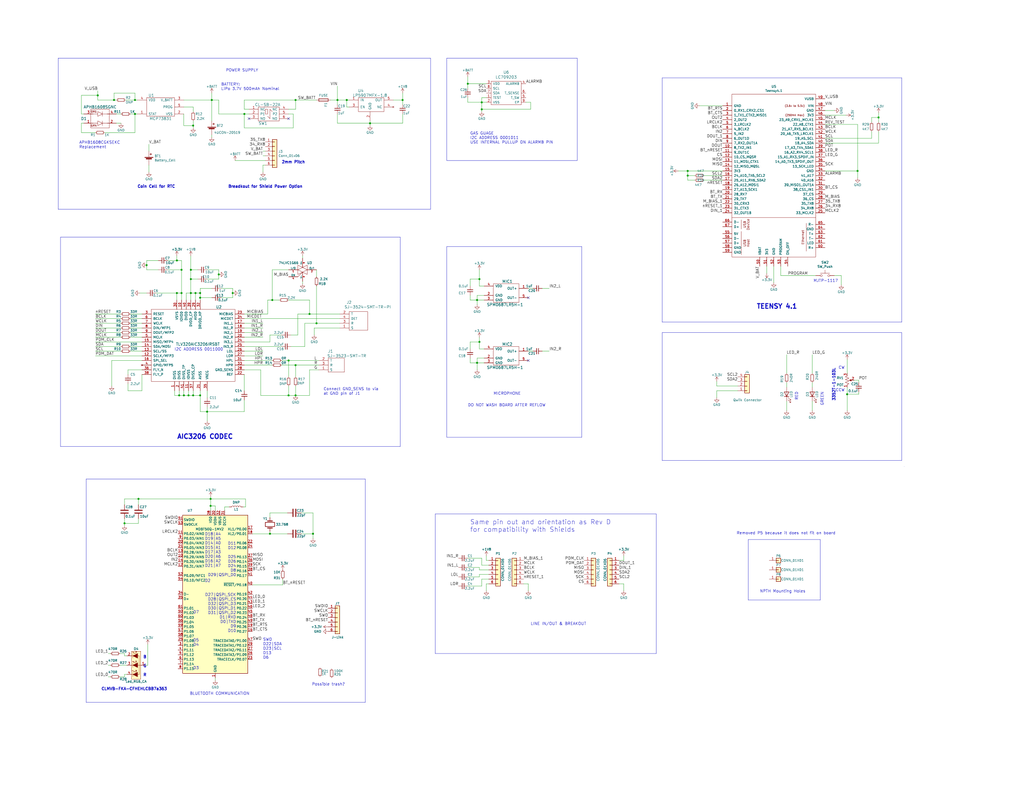
<source format=kicad_sch>
(kicad_sch (version 20230121) (generator eeschema)
  (paper "C")
  (title_block (title "Tympan Rev F") (date "2024-01-19") (rev "v1") (company "Tympan Master Hearing Aid Project") (comment 1 "Designed by Flywheel Lab, Brooklyn"))
  (junction (at 109.22 215.9))
  (junction (at 170.815 291.465))
  (junction (at 157.48 215.9))
  (junction (at 172.72 176.53))
  (junction (at 97.79 215.9))
  (junction (at 73.66 54.61))
  (junction (at 106.68 160.02))
  (junction (at 113.03 224.79))
  (junction (at 262.89 55.88))
  (junction (at 104.14 147.32))
  (junction (at 161.29 54.61))
  (junction (at 67.945 285.75))
  (junction (at 80.01 144.78))
  (junction (at 115.57 54.61))
  (junction (at 261.62 186.69))
  (junction (at 189.23 54.61))
  (junction (at 261.62 152.4))
  (junction (at 119.38 149.86))
  (junction (at 53.34 52.07))
  (junction (at 100.33 215.9))
  (junction (at 201.93 67.31))
  (junction (at 62.23 54.61))
  (junction (at 375.285 93.345))
  (junction (at 260.35 198.12))
  (junction (at 114.935 276.225))
  (junction (at 114.935 272.415))
  (junction (at 168.91 171.45))
  (junction (at 127 160.02))
  (junction (at 96.52 160.02))
  (junction (at 104.14 152.4))
  (junction (at 105.41 68.58))
  (junction (at 161.29 199.39))
  (junction (at 184.15 54.61))
  (junction (at 255.27 45.72))
  (junction (at 375.285 95.885))
  (junction (at 104.14 160.02))
  (junction (at 99.06 147.32))
  (junction (at 75.565 272.415))
  (junction (at 73.66 62.23))
  (junction (at 462.28 215.265))
  (junction (at 105.41 215.9))
  (junction (at 96.52 142.24))
  (junction (at 219.71 54.61))
  (junction (at 262.89 59.69))
  (junction (at 133.35 62.23))
  (junction (at 102.87 215.9))
  (junction (at 109.22 160.02))
  (junction (at 157.48 196.85))
  (junction (at 479.425 64.135))
  (junction (at 161.29 215.9))
  (junction (at 147.32 291.465))
  (junction (at 148.59 163.83))
  (junction (at 467.995 93.345))
  (junction (at 109.22 162.56))
  (junction (at 99.06 160.02))
  (junction (at 260.35 163.83))
  (no_connect (at 288.29 196.85))
  (no_connect (at 157.48 64.77))
  (no_connect (at 288.29 162.56))
  (no_connect (at 135.89 64.77))
  (wire (pts (xy 97.79 213.36) (xy 97.79 215.9)))
  (wire (pts (xy 261.62 309.88) (xy 261.62 311.15)))
  (wire (pts (xy 170.815 280.035) (xy 170.815 291.465)))
  (wire (pts (xy 60.325 356.87) (xy 59.055 356.87)))
  (wire (pts (xy 133.35 201.93) (xy 142.24 201.93)))
  (wire (pts (xy 143.51 90.17) (xy 143.51 93.98)))
  (wire (pts (xy 161.29 215.9) (xy 168.91 215.9)))
  (wire (pts (xy 133.35 196.85) (xy 148.59 196.85)))
  (wire (pts (xy 172.72 147.32) (xy 172.72 151.13)))
  (wire (pts (xy 260.35 195.58) (xy 260.35 198.12)))
  (wire (pts (xy 119.38 152.4) (xy 113.03 152.4)))
  (wire (pts (xy 261.62 311.15) (xy 266.7 311.15)))
  (wire (pts (xy 80.01 144.78) (xy 80.01 147.32)))
  (polyline (pts (xy 243.84 87.63) (xy 314.96 87.63)))
  (wire (pts (xy 113.03 217.17) (xy 113.03 213.36)))
  (wire (pts (xy 468.63 215.265) (xy 462.28 215.265)))
  (polyline (pts (xy 234.95 114.3) (xy 234.95 31.75)))
  (wire (pts (xy 75.565 272.415) (xy 114.935 272.415)))
  (polyline (pts (xy 237.49 280.67) (xy 358.14 280.67)))
  (wire (pts (xy 260.35 198.12) (xy 264.16 198.12)))
  (wire (pts (xy 73.66 50.8) (xy 73.66 54.61)))
  (wire (pts (xy 95.25 213.36) (xy 95.25 215.9)))
  (wire (pts (xy 105.41 60.96) (xy 105.41 58.42)))
  (wire (pts (xy 71.12 179.07) (xy 77.47 179.07)))
  (polyline (pts (xy 492.125 42.545) (xy 361.315 42.545)))
  (polyline (pts (xy 31.75 114.3) (xy 31.75 31.75)))
  (wire (pts (xy 260.35 161.29) (xy 264.16 161.29)))
  (wire (pts (xy 340.36 322.58) (xy 340.36 318.77)))
  (wire (pts (xy 101.6 163.83) (xy 101.6 160.02)))
  (polyline (pts (xy 46.99 261.62) (xy 199.39 261.62)))
  (wire (pts (xy 370.205 93.345) (xy 375.285 93.345)))
  (wire (pts (xy 157.48 205.74) (xy 157.48 196.85)))
  (wire (pts (xy 102.87 213.36) (xy 102.87 215.9)))
  (wire (pts (xy 67.945 358.14) (xy 67.945 356.87)))
  (wire (pts (xy 450.215 60.325) (xy 455.295 60.325)))
  (wire (pts (xy 146.05 163.83) (xy 146.05 171.45)))
  (wire (pts (xy 144.78 90.17) (xy 143.51 90.17)))
  (wire (pts (xy 265.43 306.07) (xy 265.43 303.53)))
  (polyline (pts (xy 243.84 134.62) (xy 243.84 238.76)))
  (wire (pts (xy 113.03 147.32) (xy 119.38 147.32)))
  (polyline (pts (xy 46.99 383.54) (xy 46.99 261.62)))
  (wire (pts (xy 168.91 163.83) (xy 168.91 171.45)))
  (wire (pts (xy 265.43 55.88) (xy 262.89 55.88)))
  (wire (pts (xy 115.57 54.61) (xy 115.57 66.04)))
  (wire (pts (xy 455.295 150.495) (xy 459.105 150.495)))
  (wire (pts (xy 133.35 62.23) (xy 133.35 69.85)))
  (wire (pts (xy 109.22 160.02) (xy 109.22 162.56)))
  (polyline (pts (xy 199.39 261.62) (xy 199.39 383.54)))
  (wire (pts (xy 127 162.56) (xy 120.65 162.56)))
  (wire (pts (xy 107.95 152.4) (xy 104.14 152.4)))
  (wire (pts (xy 260.35 163.83) (xy 260.35 166.37)))
  (wire (pts (xy 133.985 272.415) (xy 114.935 272.415)))
  (wire (pts (xy 109.22 213.36) (xy 109.22 215.9)))
  (wire (pts (xy 133.35 191.77) (xy 143.51 191.77)))
  (wire (pts (xy 119.38 62.23) (xy 133.35 62.23)))
  (wire (pts (xy 147.32 182.88) (xy 153.67 182.88)))
  (wire (pts (xy 189.23 58.42) (xy 189.23 54.61)))
  (wire (pts (xy 62.23 50.8) (xy 73.66 50.8)))
  (wire (pts (xy 133.35 199.39) (xy 148.59 199.39)))
  (wire (pts (xy 171.45 179.07) (xy 185.42 179.07)))
  (wire (pts (xy 133.35 54.61) (xy 161.29 54.61)))
  (wire (pts (xy 157.48 163.83) (xy 168.91 163.83)))
  (wire (pts (xy 96.52 160.02) (xy 96.52 163.83)))
  (wire (pts (xy 184.15 54.61) (xy 184.15 57.15)))
  (wire (pts (xy 133.35 173.99) (xy 185.42 173.99)))
  (wire (pts (xy 77.47 213.36) (xy 69.85 213.36)))
  (wire (pts (xy 71.12 62.23) (xy 73.66 62.23)))
  (wire (pts (xy 394.335 57.785) (xy 381.635 57.785)))
  (wire (pts (xy 66.04 173.99) (xy 52.07 173.99)))
  (wire (pts (xy 52.07 179.07) (xy 66.04 179.07)))
  (wire (pts (xy 67.945 283.21) (xy 67.945 285.75)))
  (polyline (pts (xy 358.14 356.87) (xy 237.49 356.87)))
  (wire (pts (xy 261.62 156.21) (xy 264.16 156.21)))
  (wire (pts (xy 115.57 73.66) (xy 115.57 74.93)))
  (wire (pts (xy 161.29 215.9) (xy 161.29 210.82)))
  (wire (pts (xy 256.54 198.12) (xy 260.35 198.12)))
  (polyline (pts (xy 31.75 114.3) (xy 234.95 114.3)))
  (wire (pts (xy 67.945 272.415) (xy 75.565 272.415)))
  (polyline (pts (xy 199.39 383.54) (xy 46.99 383.54)))
  (wire (pts (xy 91.44 147.32) (xy 99.06 147.32)))
  (polyline (pts (xy 218.44 243.84) (xy 218.44 129.54)))
  (wire (pts (xy 117.475 276.225) (xy 114.935 276.225)))
  (wire (pts (xy 45.72 62.23) (xy 44.45 62.23)))
  (wire (pts (xy 109.22 224.79) (xy 113.03 224.79)))
  (wire (pts (xy 158.75 182.88) (xy 162.56 182.88)))
  (wire (pts (xy 115.57 50.8) (xy 115.57 54.61)))
  (polyline (pts (xy 408.305 294.64) (xy 408.305 327.66)))
  (wire (pts (xy 133.35 224.79) (xy 133.35 218.44)))
  (polyline (pts (xy 408.305 327.66) (xy 447.675 327.66)))
  (polyline (pts (xy 243.84 31.75) (xy 243.84 87.63)))
  (wire (pts (xy 161.29 59.69) (xy 157.48 59.69)))
  (wire (pts (xy 86.36 142.24) (xy 80.01 142.24)))
  (wire (pts (xy 107.95 147.32) (xy 104.14 147.32)))
  (wire (pts (xy 260.35 163.83) (xy 264.16 163.83)))
  (wire (pts (xy 394.335 95.885) (xy 384.175 95.885)))
  (wire (pts (xy 265.43 45.72) (xy 255.27 45.72)))
  (wire (pts (xy 133.35 181.61) (xy 143.51 181.61)))
  (wire (pts (xy 132.715 276.86) (xy 133.985 276.86)))
  (wire (pts (xy 161.29 54.61) (xy 172.72 54.61)))
  (polyline (pts (xy 361.315 175.895) (xy 492.125 175.895)))
  (wire (pts (xy 450.215 78.105) (xy 479.425 78.105)))
  (wire (pts (xy 201.93 67.31) (xy 201.93 68.58)))
  (wire (pts (xy 479.425 71.755) (xy 479.425 78.105)))
  (polyline (pts (xy 447.675 294.64) (xy 408.305 294.64)))
  (wire (pts (xy 67.945 356.87) (xy 65.405 356.87)))
  (wire (pts (xy 128.27 87.63) (xy 144.78 87.63)))
  (wire (pts (xy 53.34 54.61) (xy 62.23 54.61)))
  (wire (pts (xy 288.29 322.58) (xy 288.29 318.77)))
  (wire (pts (xy 147.32 186.69) (xy 147.32 182.88)))
  (wire (pts (xy 69.215 358.14) (xy 67.945 358.14)))
  (wire (pts (xy 114.935 278.765) (xy 114.935 276.225)))
  (polyline (pts (xy 317.5 134.62) (xy 317.5 238.76)))
  (wire (pts (xy 295.91 157.48) (xy 299.72 157.48)))
  (wire (pts (xy 147.32 282.575) (xy 147.32 280.035)))
  (wire (pts (xy 57.15 72.39) (xy 73.66 72.39)))
  (wire (pts (xy 166.37 176.53) (xy 172.72 176.53)))
  (wire (pts (xy 77.47 194.31) (xy 52.07 194.31)))
  (polyline (pts (xy 237.49 356.87) (xy 237.49 280.67)))
  (wire (pts (xy 66.04 181.61) (xy 52.07 181.61)))
  (wire (pts (xy 105.41 58.42) (xy 100.33 58.42)))
  (wire (pts (xy 67.945 369.57) (xy 65.405 369.57)))
  (wire (pts (xy 119.38 147.32) (xy 119.38 149.86)))
  (wire (pts (xy 375.285 93.345) (xy 394.335 93.345)))
  (wire (pts (xy 164.465 291.465) (xy 170.815 291.465)))
  (wire (pts (xy 102.87 215.9) (xy 105.41 215.9)))
  (wire (pts (xy 69.85 201.93) (xy 69.85 204.47)))
  (wire (pts (xy 462.28 211.455) (xy 462.28 215.265)))
  (wire (pts (xy 127 157.48) (xy 127 160.02)))
  (wire (pts (xy 260.35 198.12) (xy 260.35 201.93)))
  (wire (pts (xy 52.07 72.39) (xy 44.45 72.39)))
  (wire (pts (xy 75.565 272.415) (xy 75.565 275.59)))
  (wire (pts (xy 67.945 368.3) (xy 67.945 369.57)))
  (wire (pts (xy 114.935 272.415) (xy 114.935 271.145)))
  (wire (pts (xy 468.63 213.995) (xy 468.63 215.265)))
  (wire (pts (xy 165.1 139.7) (xy 165.1 140.97)))
  (wire (pts (xy 157.48 62.23) (xy 160.02 62.23)))
  (wire (pts (xy 462.28 215.265) (xy 462.28 224.155)))
  (wire (pts (xy 201.93 67.31) (xy 219.71 67.31)))
  (polyline (pts (xy 358.14 280.67) (xy 358.14 356.87)))
  (wire (pts (xy 60.96 196.85) (xy 60.96 210.82)))
  (wire (pts (xy 255.27 53.34) (xy 255.27 55.88)))
  (wire (pts (xy 105.41 213.36) (xy 105.41 215.9)))
  (polyline (pts (xy 447.675 327.66) (xy 447.675 294.64)))
  (wire (pts (xy 133.35 184.15) (xy 143.51 184.15)))
  (wire (pts (xy 256.54 190.5) (xy 256.54 186.69)))
  (wire (pts (xy 120.65 157.48) (xy 127 157.48)))
  (wire (pts (xy 157.48 196.85) (xy 173.99 196.85)))
  (wire (pts (xy 66.04 189.23) (xy 52.07 189.23)))
  (wire (pts (xy 165.1 153.67) (xy 165.1 154.94)))
  (wire (pts (xy 256.54 156.21) (xy 256.54 152.4)))
  (wire (pts (xy 261.62 152.4) (xy 261.62 156.21)))
  (wire (pts (xy 60.325 369.57) (xy 59.055 369.57)))
  (wire (pts (xy 479.425 64.135) (xy 479.425 61.595)))
  (wire (pts (xy 288.29 157.48) (xy 290.83 157.48)))
  (wire (pts (xy 450.215 67.945) (xy 467.995 67.945)))
  (wire (pts (xy 375.285 98.425) (xy 375.285 95.885)))
  (wire (pts (xy 99.06 142.24) (xy 99.06 147.32)))
  (wire (pts (xy 340.36 303.53) (xy 340.36 306.07)))
  (wire (pts (xy 402.59 213.36) (xy 391.16 213.36)))
  (wire (pts (xy 115.57 162.56) (xy 109.22 162.56)))
  (wire (pts (xy 91.44 142.24) (xy 96.52 142.24)))
  (wire (pts (xy 73.66 72.39) (xy 73.66 62.23)))
  (wire (pts (xy 62.23 54.61) (xy 62.23 50.8)))
  (wire (pts (xy 106.68 160.02) (xy 109.22 160.02)))
  (wire (pts (xy 69.215 363.22) (xy 65.405 363.22)))
  (wire (pts (xy 287.02 55.88) (xy 289.56 55.88)))
  (wire (pts (xy 266.7 318.77) (xy 265.43 318.77)))
  (wire (pts (xy 80.645 351.79) (xy 80.645 363.22)))
  (wire (pts (xy 172.72 156.21) (xy 172.72 176.53)))
  (wire (pts (xy 289.56 59.69) (xy 262.89 59.69)))
  (wire (pts (xy 214.63 54.61) (xy 219.71 54.61)))
  (wire (pts (xy 450.215 62.865) (xy 461.645 62.865)))
  (wire (pts (xy 162.56 171.45) (xy 168.91 171.45)))
  (wire (pts (xy 289.56 55.88) (xy 289.56 59.69)))
  (wire (pts (xy 479.425 66.675) (xy 479.425 64.135)))
  (wire (pts (xy 157.48 210.82) (xy 157.48 215.9)))
  (wire (pts (xy 100.33 68.58) (xy 105.41 68.58)))
  (wire (pts (xy 161.29 199.39) (xy 173.99 199.39)))
  (wire (pts (xy 162.56 182.88) (xy 162.56 171.45)))
  (wire (pts (xy 168.91 201.93) (xy 168.91 215.9)))
  (wire (pts (xy 77.47 176.53) (xy 71.12 176.53)))
  (wire (pts (xy 71.12 173.99) (xy 77.47 173.99)))
  (wire (pts (xy 161.29 205.74) (xy 161.29 199.39)))
  (wire (pts (xy 67.945 285.75) (xy 67.945 287.02)))
  (wire (pts (xy 172.72 176.53) (xy 185.42 176.53)))
  (wire (pts (xy 462.28 196.215) (xy 462.28 203.835)))
  (wire (pts (xy 261.62 147.32) (xy 261.62 152.4)))
  (wire (pts (xy 429.26 224.155) (xy 429.26 219.075)))
  (wire (pts (xy 160.02 62.23) (xy 160.02 69.85)))
  (wire (pts (xy 117.475 278.765) (xy 117.475 276.225)))
  (wire (pts (xy 142.24 201.93) (xy 142.24 215.9)))
  (wire (pts (xy 96.52 160.02) (xy 99.06 160.02)))
  (wire (pts (xy 44.45 72.39) (xy 44.45 67.31)))
  (wire (pts (xy 443.23 193.675) (xy 443.23 203.835)))
  (wire (pts (xy 62.23 54.61) (xy 63.5 54.61)))
  (wire (pts (xy 96.52 142.24) (xy 96.52 139.7)))
  (wire (pts (xy 379.095 98.425) (xy 375.285 98.425)))
  (wire (pts (xy 467.995 97.155) (xy 467.995 93.345)))
  (wire (pts (xy 255.27 55.88) (xy 262.89 55.88)))
  (wire (pts (xy 109.22 215.9) (xy 109.22 224.79)))
  (wire (pts (xy 85.09 160.02) (xy 96.52 160.02)))
  (wire (pts (xy 119.38 149.86) (xy 119.38 152.4)))
  (wire (pts (xy 265.43 53.34) (xy 262.89 53.34)))
  (wire (pts (xy 148.59 147.32) (xy 148.59 163.83)))
  (wire (pts (xy 184.15 54.61) (xy 189.23 54.61)))
  (wire (pts (xy 173.99 201.93) (xy 168.91 201.93)))
  (wire (pts (xy 260.35 161.29) (xy 260.35 163.83)))
  (wire (pts (xy 262.89 308.61) (xy 266.7 308.61)))
  (wire (pts (xy 77.47 181.61) (xy 71.12 181.61)))
  (wire (pts (xy 44.45 67.31) (xy 45.72 67.31)))
  (wire (pts (xy 67.945 275.59) (xy 67.945 272.415)))
  (wire (pts (xy 158.75 189.23) (xy 166.37 189.23)))
  (wire (pts (xy 261.62 186.69) (xy 261.62 190.5)))
  (wire (pts (xy 148.59 163.83) (xy 152.4 163.83)))
  (wire (pts (xy 133.985 276.86) (xy 133.985 272.415)))
  (wire (pts (xy 81.28 90.17) (xy 81.28 93.98)))
  (wire (pts (xy 261.62 313.69) (xy 266.7 313.69)))
  (wire (pts (xy 81.28 82.55) (xy 81.28 78.74)))
  (polyline (pts (xy 317.5 238.76) (xy 243.84 238.76)))
  (wire (pts (xy 104.14 139.7) (xy 104.14 147.32)))
  (polyline (pts (xy 33.02 129.54) (xy 33.02 243.84)))
  (wire (pts (xy 137.795 291.465) (xy 147.32 291.465)))
  (wire (pts (xy 69.215 368.3) (xy 67.945 368.3)))
  (wire (pts (xy 262.89 320.04) (xy 262.89 316.23)))
  (wire (pts (xy 113.03 222.25) (xy 113.03 224.79)))
  (wire (pts (xy 80.01 147.32) (xy 86.36 147.32)))
  (wire (pts (xy 262.89 53.34) (xy 262.89 55.88)))
  (wire (pts (xy 109.22 157.48) (xy 109.22 160.02)))
  (wire (pts (xy 44.45 52.07) (xy 44.45 62.23)))
  (wire (pts (xy 153.67 196.85) (xy 157.48 196.85)))
  (polyline (pts (xy 314.96 31.75) (xy 243.84 31.75)))
  (wire (pts (xy 256.54 195.58) (xy 256.54 198.12)))
  (wire (pts (xy 97.79 215.9) (xy 100.33 215.9)))
  (wire (pts (xy 63.5 62.23) (xy 66.04 62.23)))
  (wire (pts (xy 255.27 314.96) (xy 261.62 314.96)))
  (polyline (pts (xy 314.96 87.63) (xy 314.96 31.75)))
  (wire (pts (xy 184.15 46.99) (xy 184.15 54.61)))
  (wire (pts (xy 77.47 186.69) (xy 52.07 186.69)))
  (wire (pts (xy 133.35 69.85) (xy 160.02 69.85)))
  (wire (pts (xy 157.48 147.32) (xy 148.59 147.32)))
  (wire (pts (xy 100.33 215.9) (xy 102.87 215.9)))
  (wire (pts (xy 475.615 66.675) (xy 475.615 64.135)))
  (wire (pts (xy 71.12 184.15) (xy 77.47 184.15)))
  (wire (pts (xy 391.16 213.36) (xy 391.16 217.17)))
  (wire (pts (xy 391.16 210.82) (xy 391.16 208.28)))
  (wire (pts (xy 201.93 66.04) (xy 201.93 67.31)))
  (wire (pts (xy 96.52 142.24) (xy 99.06 142.24)))
  (polyline (pts (xy 218.44 129.54) (xy 33.02 129.54)))
  (wire (pts (xy 184.15 67.31) (xy 201.93 67.31)))
  (wire (pts (xy 443.23 224.155) (xy 443.23 219.075)))
  (wire (pts (xy 105.41 215.9) (xy 109.22 215.9)))
  (wire (pts (xy 261.62 190.5) (xy 264.16 190.5)))
  (wire (pts (xy 190.5 58.42) (xy 189.23 58.42)))
  (wire (pts (xy 146.05 163.83) (xy 148.59 163.83)))
  (wire (pts (xy 133.35 54.61) (xy 133.35 59.69)))
  (wire (pts (xy 219.71 67.31) (xy 219.71 62.23)))
  (wire (pts (xy 262.89 55.88) (xy 262.89 59.69)))
  (wire (pts (xy 105.41 68.58) (xy 105.41 69.85)))
  (wire (pts (xy 219.71 50.8) (xy 219.71 54.61)))
  (wire (pts (xy 468.63 208.915) (xy 468.63 207.645)))
  (wire (pts (xy 290.83 191.77) (xy 288.29 191.77)))
  (wire (pts (xy 467.995 93.345) (xy 450.215 93.345)))
  (wire (pts (xy 219.71 54.61) (xy 219.71 57.15)))
  (wire (pts (xy 379.095 95.885) (xy 375.285 95.885)))
  (wire (pts (xy 104.14 152.4) (xy 104.14 160.02)))
  (wire (pts (xy 402.59 210.82) (xy 391.16 210.82)))
  (wire (pts (xy 265.43 318.77) (xy 265.43 322.58)))
  (wire (pts (xy 133.35 194.31) (xy 143.51 194.31)))
  (wire (pts (xy 143.51 82.55) (xy 144.78 82.55)))
  (wire (pts (xy 340.36 318.77) (xy 337.82 318.77)))
  (wire (pts (xy 467.995 67.945) (xy 467.995 93.345)))
  (wire (pts (xy 75.565 283.21) (xy 75.565 285.75)))
  (wire (pts (xy 115.57 54.61) (xy 119.38 54.61)))
  (wire (pts (xy 127 160.02) (xy 127 162.56)))
  (wire (pts (xy 99.06 160.02) (xy 99.06 163.83)))
  (wire (pts (xy 255.27 45.72) (xy 255.27 41.91)))
  (wire (pts (xy 255.27 304.8) (xy 262.89 304.8)))
  (wire (pts (xy 153.67 199.39) (xy 161.29 199.39)))
  (wire (pts (xy 67.945 285.75) (xy 75.565 285.75)))
  (wire (pts (xy 99.06 147.32) (xy 99.06 160.02)))
  (wire (pts (xy 133.35 189.23) (xy 153.67 189.23)))
  (wire (pts (xy 66.04 171.45) (xy 52.07 171.45)))
  (polyline (pts (xy 33.02 243.84) (xy 218.44 243.84)))
  (wire (pts (xy 119.38 54.61) (xy 119.38 62.23)))
  (wire (pts (xy 66.04 184.15) (xy 52.07 184.15)))
  (wire (pts (xy 133.35 204.47) (xy 133.35 213.36)))
  (wire (pts (xy 450.215 75.565) (xy 475.615 75.565)))
  (polyline (pts (xy 492.125 175.895) (xy 492.125 42.545)))
  (wire (pts (xy 166.37 189.23) (xy 166.37 176.53)))
  (wire (pts (xy 80.645 363.22) (xy 79.375 363.22)))
  (wire (pts (xy 180.34 54.61) (xy 184.15 54.61)))
  (wire (pts (xy 475.615 71.755) (xy 475.615 75.565)))
  (wire (pts (xy 261.62 184.15) (xy 261.62 186.69)))
  (wire (pts (xy 104.14 147.32) (xy 104.14 152.4)))
  (wire (pts (xy 171.45 182.88) (xy 171.45 179.07)))
  (wire (pts (xy 63.5 67.31) (xy 66.04 67.31)))
  (wire (pts (xy 113.03 224.79) (xy 133.35 224.79)))
  (wire (pts (xy 101.6 160.02) (xy 104.14 160.02)))
  (wire (pts (xy 80.01 160.02) (xy 76.2 160.02)))
  (wire (pts (xy 135.89 62.23) (xy 133.35 62.23)))
  (wire (pts (xy 95.25 215.9) (xy 97.79 215.9)))
  (wire (pts (xy 255.27 320.04) (xy 262.89 320.04)))
  (wire (pts (xy 426.085 150.495) (xy 445.135 150.495)))
  (wire (pts (xy 295.91 191.77) (xy 299.72 191.77)))
  (wire (pts (xy 255.27 48.26) (xy 255.27 45.72)))
  (wire (pts (xy 147.32 280.035) (xy 156.845 280.035)))
  (wire (pts (xy 133.35 179.07) (xy 143.51 179.07)))
  (wire (pts (xy 80.01 142.24) (xy 80.01 144.78)))
  (wire (pts (xy 69.85 213.36) (xy 69.85 209.55)))
  (wire (pts (xy 66.04 191.77) (xy 52.07 191.77)))
  (wire (pts (xy 71.12 189.23) (xy 77.47 189.23)))
  (wire (pts (xy 73.66 54.61) (xy 68.58 54.61)))
  (wire (pts (xy 262.89 59.69) (xy 262.89 60.96)))
  (wire (pts (xy 262.89 304.8) (xy 262.89 308.61)))
  (wire (pts (xy 59.055 363.22) (xy 60.325 363.22)))
  (wire (pts (xy 264.16 195.58) (xy 260.35 195.58)))
  (wire (pts (xy 53.34 52.07) (xy 53.34 49.53)))
  (polyline (pts (xy 234.95 31.75) (xy 31.75 31.75)))
  (wire (pts (xy 115.57 157.48) (xy 109.22 157.48)))
  (wire (pts (xy 262.89 316.23) (xy 266.7 316.23)))
  (wire (pts (xy 100.33 54.61) (xy 115.57 54.61)))
  (wire (pts (xy 77.47 196.85) (xy 60.96 196.85)))
  (wire (pts (xy 143.51 85.09) (xy 144.78 85.09)))
  (wire (pts (xy 133.35 176.53) (xy 143.51 176.53)))
  (wire (pts (xy 475.615 64.135) (xy 479.425 64.135)))
  (wire (pts (xy 426.085 145.415) (xy 426.085 150.495)))
  (wire (pts (xy 256.54 163.83) (xy 260.35 163.83)))
  (wire (pts (xy 189.23 54.61) (xy 190.5 54.61)))
  (wire (pts (xy 184.15 62.23) (xy 184.15 67.31)))
  (wire (pts (xy 157.48 215.9) (xy 161.29 215.9)))
  (wire (pts (xy 256.54 161.29) (xy 256.54 163.83)))
  (wire (pts (xy 375.285 95.885) (xy 375.285 93.345)))
  (polyline (pts (xy 243.84 134.62) (xy 317.5 134.62)))
  (wire (pts (xy 133.35 59.69) (xy 135.89 59.69)))
  (wire (pts (xy 168.91 171.45) (xy 185.42 171.45)))
  (wire (pts (xy 170.815 291.465) (xy 170.815 294.005)))
  (wire (pts (xy 147.32 290.195) (xy 147.32 291.465)))
  (wire (pts (xy 459.105 150.495) (xy 459.105 155.575)))
  (wire (pts (xy 117.475 371.475) (xy 117.475 370.205)))
  (wire (pts (xy 255.27 309.88) (xy 261.62 309.88)))
  (wire (pts (xy 340.36 306.07) (xy 337.82 306.07)))
  (wire (pts (xy 443.23 211.455) (xy 443.23 208.915)))
  (wire (pts (xy 106.68 163.83) (xy 106.68 160.02)))
  (wire (pts (xy 154.305 316.23) (xy 154.305 319.405)))
  (wire (pts (xy 66.04 176.53) (xy 52.07 176.53)))
  (wire (pts (xy 147.32 291.465) (xy 156.845 291.465)))
  (wire (pts (xy 122.555 278.765) (xy 122.555 276.86)))
  (wire (pts (xy 142.24 215.9) (xy 157.48 215.9)))
  (polyline (pts (xy 361.315 42.545) (xy 361.315 175.895)))
  (wire (pts (xy 100.33 213.36) (xy 100.33 215.9)))
  (wire (pts (xy 44.45 52.07) (xy 53.34 52.07)))
  (wire (pts (xy 71.12 191.77) (xy 77.47 191.77)))
  (wire (pts (xy 422.275 154.305) (xy 422.275 145.415)))
  (wire (pts (xy 418.465 149.225) (xy 418.465 145.415)))
  (wire (pts (xy 288.29 318.77) (xy 285.75 318.77)))
  (wire (pts (xy 114.935 276.225) (xy 114.935 272.415)))
  (wire (pts (xy 109.22 162.56) (xy 109.22 163.83)))
  (wire (pts (xy 256.54 186.69) (xy 261.62 186.69)))
  (wire (pts (xy 104.14 160.02) (xy 106.68 160.02)))
  (wire (pts (xy 146.05 171.45) (xy 133.35 171.45)))
  (wire (pts (xy 100.33 62.23) (xy 100.33 68.58)))
  (wire (pts (xy 73.66 62.23) (xy 74.93 62.23)))
  (wire (pts (xy 137.795 319.405) (xy 154.305 319.405)))
  (wire (pts (xy 164.465 280.035) (xy 170.815 280.035)))
  (wire (pts (xy 429.26 203.835) (xy 429.26 193.675)))
  (wire (pts (xy 266.7 306.07) (xy 265.43 306.07)))
  (wire (pts (xy 256.54 152.4) (xy 261.62 152.4)))
  (wire (pts (xy 77.47 201.93) (xy 69.85 201.93)))
  (wire (pts (xy 466.09 207.645) (xy 468.63 207.645)))
  (wire (pts (xy 429.26 211.455) (xy 429.26 208.915)))
  (wire (pts (xy 161.29 54.61) (xy 161.29 59.69)))
  (wire (pts (xy 104.14 160.02) (xy 104.14 163.83)))
  (wire (pts (xy 105.41 66.04) (xy 105.41 68.58)))
  (wire (pts (xy 53.34 54.61) (xy 53.34 52.07)))
  (wire (pts (xy 133.35 186.69) (xy 147.32 186.69)))
  (wire (pts (xy 77.47 204.47) (xy 77.47 213.36)))
  (wire (pts (xy 394.335 98.425) (xy 384.175 98.425)))
  (wire (pts (xy 261.62 314.96) (xy 261.62 313.69)))
  (wire (pts (xy 122.555 276.86) (xy 125.095 276.86)))
  (wire (pts (xy 74.93 54.61) (xy 73.66 54.61)))
  (wire (pts (xy 113.03 224.79) (xy 113.03 229.87)))
  (wire (pts (xy 77.47 171.45) (xy 71.12 171.45)))
  (rectangle (start 361.315 181.61) (end 492.125 251.46))
  (rectangle (start 493.395 254.635) (end 493.395 254.635))
  (text "Breadkout for Shield Power Option" (at 124.46 102.87 0) (effects (font (size 1.524 1.524) (thickness 0.3048) bold) (justify left bottom)))
  (text "BATTERY:\nLiPo 3.7V 500mAh Nominal" (at 120.65 49.53 0) (effects (font (size 1.524 1.524)) (justify left bottom)))
  (text "Same pin out and orientation as Rev D\nfor compatibility with Shields" (at 256.54 290.83 0) (effects (font (size 2.54 2.54)) (justify left bottom)))
  (text "DO NOT WASH BOARD AFTER REFLOW" (at 255.27 222.25 0) (effects (font (size 1.524 1.524)) (justify left bottom)))
  (text "MICROPHONE" (at 269.24 215.9 0) (effects (font (size 1.524 1.524)) (justify left bottom)))
  (text "TEENSY 4.1" (at 412.75 168.91 0) (effects (font (size 2.54 2.54) (thickness 0.508) bold) (justify left bottom)))
  (text "POWER SUPPLY" (at 123.19 39.37 0) (effects (font (size 1.524 1.524)) (justify left bottom)))
  (text "GREEN" (at 449.58 213.995 90) (effects (font (size 1.524 1.524)) (justify right bottom)))
  (text "GAS GUAGE\nI2C ADDRESS 0001011\nUSE INTERNAL PULLUP ON ALARMB PIN" (at 256.54 78.74 0) (effects (font (size 1.524 1.524)) (justify left bottom)))
  (text "AIC3206 CODEC" (at 96.52 240.03 0) (effects (font (size 2.54 2.54) (thickness 0.508) bold) (justify left bottom)))
  (text "APHB1608CGKSEKC\nReplacement" (at 43.18 81.28 0) (effects (font (size 1.524 1.524)) (justify left bottom)))
  (text "RED" (at 435.61 213.995 90) (effects (font (size 1.524 1.524)) (justify right bottom)))
  (text "CW\n\n\n\n\nCCW" (at 461.01 213.995 0) (effects (font (size 1.524 1.524)) (justify right bottom)))
  (text "LINE IN/OUT & BREAKOUT" (at 289.56 341.63 0) (effects (font (size 1.524 1.524)) (justify left bottom)))
  (text "SWO\nD22|SDA\nD23|SCL\nD13\nD6" (at 143.51 360.045 0) (effects (font (size 1.524 1.524)) (justify left bottom)))
  (text "Connect GND_SENS to via\nat GND pin of J1" (at 176.53 215.9 0) (effects (font (size 1.524 1.524)) (justify left bottom)))
  (text "NPTH Mounting Holes" (at 414.655 323.85 0) (effects (font (size 1.524 1.524)) (justify left bottom)))
  (text "2mm Pitch" (at 153.67 89.535 0) (effects (font (size 1.524 1.524) (thickness 0.3048) bold) (justify left bottom)))
  (text "B\n\nG\n\nR" (at 78.105 369.57 0) (effects (font (size 1.524 1.524) (thickness 0.3048) bold) (justify left bottom)))
  (text "D3" (at 105.41 365.76 0) (effects (font (size 1.524 1.524)) (justify left bottom)))
  (text "D18|A4\nD19|A5\nD14|A0\nD15|A1\nD17|A3\nD20|A6\nD16|A2\nD21|A7" (at 111.76 309.88 0) (effects (font (size 1.524 1.524)) (justify left bottom)))
  (text "D2" (at 111.76 318.135 0) (effects (font (size 1.524 1.524)) (justify left bottom)))
  (text "D27|QSPI_SCK\nD28|QSPI_CS\nD32|QSPI_D3\nD30|QSPI_D1\nD31|QSPI_D2\nD1|RXD\nD0|TXD\nD9\nD10" (at 128.905 345.44 0) (effects (font (size 1.524 1.524)) (justify right bottom)))
  (text "BLUETOOTH COMMUNICATION" (at 103.505 379.73 0) (effects (font (size 1.524 1.524)) (justify left bottom)))
  (text "D11\nD12\n\nD25\nD26\nD24\nD8\nD29|QSPI_D0" (at 128.905 314.96 0) (effects (font (size 1.524 1.524)) (justify right bottom)))
  (text "3352T-1-103L" (at 455.93 219.075 90) (effects (font (size 1.524 1.524) (thickness 0.3048) bold) (justify left bottom)))
  (text "Removed P5 because it does not fit on board" (at 401.955 292.1 0) (effects (font (size 1.524 1.524)) (justify left bottom)))
  (text "MJTP-1117" (at 443.865 154.305 0) (effects (font (size 1.524 1.524)) (justify left bottom)))
  (text "CLMVB-FKA-CFHEHLCBB7a363" (at 55.245 377.19 0) (effects (font (size 1.524 1.524) (thickness 0.3048) bold) (justify left bottom)))
  (text "Coin Cell for RTC" (at 74.93 102.87 0) (effects (font (size 1.524 1.524) (thickness 0.3048) bold) (justify left bottom)))
  (text "Possible trash?" (at 170.18 374.65 0) (effects (font (size 1.524 1.524)) (justify left bottom)))
  (text "I2C ADDRESS 0011000" (at 95.25 191.77 0) (effects (font (size 1.524 1.524)) (justify left bottom)))
  (text "D7" (at 105.41 335.28 0) (effects (font (size 1.524 1.524)) (justify left bottom)))
  (text "D5\nD4" (at 105.41 353.06 0) (effects (font (size 1.524 1.524)) (justify left bottom)))
  (label "nRESET_1" (at 394.335 113.665 180) (effects (font (size 1.524 1.524))))
  (label "MCLK" (at 285.75 308.61 0) (effects (font (size 1.524 1.524))))
  (label "SCL" (at 265.43 48.26 180) (effects (font (size 1.524 1.524))))
  (label "SWDIO" (at 97.155 283.845 180) (effects (font (size 1.524 1.524))))
  (label "DIN" (at 52.07 179.07 0) (effects (font (size 1.524 1.524))))
  (label "BT_nRESET" (at 394.335 83.185 180) (effects (font (size 1.524 1.524))))
  (label "LED_0" (at 137.795 327.025 0) (effects (font (size 1.524 1.524))))
  (label "SDA" (at 265.43 50.8 180) (effects (font (size 1.524 1.524))))
  (label "BCLK" (at 285.75 311.15 0) (effects (font (size 1.524 1.524))))
  (label "OUT2" (at 97.155 304.165 180) (effects (font (size 1.524 1.524))))
  (label "VIN" (at 184.15 46.99 180) (effects (font (size 1.524 1.524))))
  (label "V_USB" (at 53.34 49.53 180) (effects (font (size 1.524 1.524))))
  (label "MOSI" (at 318.77 313.69 180) (effects (font (size 1.524 1.524))))
  (label "BT_RTS" (at 137.795 342.265 0) (effects (font (size 1.524 1.524))))
  (label "SDA" (at 52.07 189.23 0) (effects (font (size 1.524 1.524))))
  (label "LOL" (at 250.19 314.96 180) (effects (font (size 1.524 1.524))))
  (label "MISO" (at 318.77 311.15 180) (effects (font (size 1.524 1.524))))
  (label "SCK" (at 318.77 316.23 180) (effects (font (size 1.524 1.524))))
  (label "M_BIAS" (at 157.48 151.13 180) (effects (font (size 1.524 1.524))))
  (label "DIN_1" (at 337.82 311.15 0) (effects (font (size 1.524 1.524))))
  (label "SW_BATT" (at 143.51 85.09 180) (effects (font (size 1.524 1.524))))
  (label "SCL" (at 52.07 191.77 0) (effects (font (size 1.524 1.524))))
  (label "DOUT_1" (at 394.335 75.565 180) (effects (font (size 1.524 1.524))))
  (label "35_TX8" (at 144.78 77.47 180) (effects (font (size 1.524 1.524))))
  (label "MCLK" (at 52.07 184.15 0) (effects (font (size 1.524 1.524))))
  (label "LOL" (at 143.51 191.77 180) (effects (font (size 1.524 1.524))))
  (label "WCLK" (at 450.215 73.025 0) (effects (font (size 1.524 1.524))))
  (label "LED_0" (at 59.055 369.57 180) (effects (font (size 1.524 1.524))))
  (label "SCL" (at 450.215 75.565 0) (effects (font (size 1.524 1.524))))
  (label "CS" (at 394.335 85.725 180) (effects (font (size 1.524 1.524))))
  (label "LED_1" (at 137.795 329.565 0) (effects (font (size 1.524 1.524))))
  (label "IN2_L" (at 299.72 157.48 0) (effects (font (size 1.524 1.524))))
  (label "M_BIAS" (at 450.215 108.585 0) (effects (font (size 1.524 1.524))))
  (label "IN1_L" (at 250.19 309.88 180) (effects (font (size 1.524 1.524))))
  (label "BT_TX" (at 394.335 108.585 180) (effects (font (size 1.524 1.524))))
  (label "SWO" (at 179.07 337.185 180) (effects (font (size 1.524 1.524))))
  (label "SWDIO" (at 179.07 332.105 180) (effects (font (size 1.524 1.524))))
  (label "35_TX8" (at 450.215 111.125 0) (effects (font (size 1.524 1.524))))
  (label "IN2" (at 97.155 306.705 180) (effects (font (size 1.524 1.524))))
  (label "LED_R" (at 450.215 83.185 0) (effects (font (size 1.524 1.524))))
  (label "L" (at 171.45 196.85 0) (effects (font (size 1.524 1.524))))
  (label "LRCLK2" (at 97.155 291.465 180) (effects (font (size 1.524 1.524))))
  (label "G" (at 171.45 201.93 0) (effects (font (size 1.524 1.524))))
  (label "PDM_CLK" (at 52.07 186.69 0) (effects (font (size 1.524 1.524))))
  (label "V_BAT" (at 143.51 82.55 180) (effects (font (size 1.524 1.524))))
  (label "V_BAT" (at 81.28 78.74 0) (effects (font (size 1.524 1.524))))
  (label "BT_CTS" (at 394.335 62.865 180) (effects (font (size 1.524 1.524))))
  (label "CS" (at 318.77 318.77 180) (effects (font (size 1.524 1.524))))
  (label "SWCLK" (at 97.155 286.385 180) (effects (font (size 1.524 1.524))))
  (label "PDM_DAT" (at 52.07 194.31 0) (effects (font (size 1.524 1.524))))
  (label "LOR" (at 250.19 320.04 180) (effects (font (size 1.524 1.524))))
  (label "LED_G" (at 450.215 85.725 0) (effects (font (size 1.524 1.524))))
  (label "LED_1" (at 59.055 356.87 180) (effects (font (size 1.524 1.524))))
  (label "SW_BATT" (at 162.56 54.61 0) (effects (font (size 1.524 1.524))))
  (label "ALARMB" (at 287.02 45.72 0) (effects (font (size 1.524 1.524))))
  (label "HPL" (at 143.51 196.85 180) (effects (font (size 1.524 1.524))))
  (label "34_RX8" (at 450.215 113.665 0) (effects (font (size 1.524 1.524))))
  (label "LOR" (at 143.51 194.31 180) (effects (font (size 1.524 1.524))))
  (label "BT_RX" (at 394.335 106.045 180) (effects (font (size 1.524 1.524))))
  (label "WCLK" (at 285.75 313.69 0) (effects (font (size 1.524 1.524))))
  (label "V_USB" (at 450.215 53.975 0) (effects (font (size 1.524 1.524))))
  (label "BCLK" (at 450.215 70.485 0) (effects (font (size 1.524 1.524))))
  (label "MCLK2" (at 450.215 116.205 0) (effects (font (size 1.524 1.524))))
  (label "HPR" (at 143.51 199.39 180) (effects (font (size 1.524 1.524))))
  (label "IN2_R" (at 299.72 191.77 0) (effects (font (size 1.524 1.524))))
  (label "BT_RX" (at 137.795 337.185 0) (effects (font (size 1.524 1.524))))
  (label "SCL2" (at 337.82 316.23 0) (effects (font (size 1.524 1.524))))
  (label "IN2" (at 394.335 73.025 180) (effects (font (size 1.524 1.524))))
  (label "LED_2" (at 59.055 363.22 180) (effects (font (size 1.524 1.524))))
  (label "M_BIAS_1" (at 394.335 111.125 180) (effects (font (size 1.524 1.524))))
  (label "MCLK2" (at 97.155 309.245 180) (effects (font (size 1.524 1.524))))
  (label "SCL2" (at 402.59 205.74 180) (effects (font (size 1.524 1.524))))
  (label "DIN" (at 394.335 78.105 180) (effects (font (size 1.524 1.524))))
  (label "LED_R" (at 429.26 193.675 0) (effects (font (size 1.524 1.524))))
  (label "nRESET" (at 52.07 171.45 0) (effects (font (size 1.524 1.524))))
  (label "DOUT_1" (at 337.82 308.61 0) (effects (font (size 1.524 1.524))))
  (label "IN1_R" (at 143.51 179.07 180) (effects (font (size 1.524 1.524))))
  (label "34_RX8" (at 144.78 80.01 180) (effects (font (size 1.524 1.524))))
  (label "BT_RTS" (at 394.335 60.325 180) (effects (font (size 1.524 1.524))))
  (label "BT_CS" (at 137.795 311.785 0) (effects (font (size 1.524 1.524))))
  (label "BCLK" (at 97.155 301.625 180) (effects (font (size 1.524 1.524))))
  (label "LED_2" (at 137.795 332.105 0) (effects (font (size 1.524 1.524))))
  (label "M_BIAS_1" (at 285.75 306.07 0) (effects (font (size 1.524 1.524))))
  (label "IN1_L" (at 143.51 176.53 180) (effects (font (size 1.524 1.524))))
  (label "DOUT" (at 394.335 80.645 180) (effects (font (size 1.524 1.524))))
  (label "ALARMB" (at 450.215 95.885 0) (effects (font (size 1.524 1.524))))
  (label "nRESET_1" (at 285.75 316.23 0) (effects (font (size 1.524 1.524))))
  (label "BT_TX" (at 137.795 339.725 0) (effects (font (size 1.524 1.524))))
  (label "LRCLK2" (at 394.335 67.945 180) (effects (font (size 1.524 1.524))))
  (label "SWCLK" (at 179.07 334.645 180) (effects (font (size 1.524 1.524))))
  (label "MOSI" (at 394.335 88.265 180) (effects (font (size 1.524 1.524))))
  (label "SDA2" (at 402.59 208.28 180) (effects (font (size 1.524 1.524))))
  (label "VIN" (at 450.215 57.785 0) (effects (font (size 1.524 1.524))))
  (label "POT" (at 468.63 207.645 0) (effects (font (size 1.524 1.524))))
  (label "BT_CS" (at 450.215 103.505 0) (effects (font (size 1.524 1.524))))
  (label "IN2_R" (at 143.51 184.15 180) (effects (font (size 1.524 1.524))))
  (label "BCLK" (at 52.07 173.99 0) (effects (font (size 1.524 1.524))))
  (label "MISO" (at 394.335 90.805 180) (effects (font (size 1.524 1.524))))
  (label "OUT2" (at 394.335 65.405 180) (effects (font (size 1.524 1.524))))
  (label "PDM_CLK" (at 318.77 306.07 180) (effects (font (size 1.524 1.524))))
  (label "MISO" (at 137.795 304.165 0) (effects (font (size 1.524 1.524))))
  (label "BT_nRESET" (at 154.305 319.405 0) (effects (font (size 1.524 1.524))))
  (label "PROGRAM" (at 429.895 150.495 0) (effects (font (size 1.524 1.524))))
  (label "SDA2" (at 337.82 313.69 0) (effects (font (size 1.524 1.524))))
  (label "DIN_1" (at 394.335 116.205 180) (effects (font (size 1.524 1.524))))
  (label "MCLK" (at 450.215 65.405 0) (effects (font (size 1.524 1.524))))
  (label "SCL2" (at 394.335 95.885 180) (effects (font (size 1.524 1.524))))
  (label "SCK" (at 137.795 309.245 0) (effects (font (size 1.524 1.524))))
  (label "R" (at 171.45 199.39 0) (effects (font (size 1.524 1.524))))
  (label "MICBIAS" (at 134.62 171.45 0) (effects (font (size 1.524 1.524))))
  (label "nRESET" (at 394.335 100.965 180) (effects (font (size 1.524 1.524))))
  (label "LED_G" (at 443.23 193.675 0) (effects (font (size 1.524 1.524))))
  (label "V_BAT" (at 414.655 145.415 270) (effects (font (size 1.524 1.524))))
  (label "DOUT" (at 52.07 181.61 0) (effects (font (size 1.524 1.524))))
  (label "SDA2" (at 394.335 98.425 180) (effects (font (size 1.524 1.524))))
  (label "MICDET" (at 134.62 173.99 0) (effects (font (size 1.524 1.524))))
  (label "IN2_L" (at 143.51 181.61 180) (effects (font (size 1.524 1.524))))
  (label "WCLK" (at 52.07 176.53 0) (effects (font (size 1.524 1.524))))
  (label "MOSI" (at 137.795 306.705 0) (effects (font (size 1.524 1.524))))
  (label "BCLK" (at 394.335 70.485 180) (effects (font (size 1.524 1.524))))
  (label "POT" (at 450.215 80.645 0) (effects (font (size 1.524 1.524))))
  (label "PDM_DAT" (at 318.77 308.61 180) (effects (font (size 1.524 1.524))))
  (label "IN1_R" (at 250.19 304.8 180) (effects (font (size 1.524 1.524))))
  (label "BT_CTS" (at 137.795 344.805 0) (effects (font (size 1.524 1.524))))
  (label "BT_nRESET" (at 179.07 339.725 180) (effects (font (size 1.524 1.524))))
  (label "SDA" (at 450.215 78.105 0) (effects (font (size 1.524 1.524))))
  (label "REV_TEST" (at 450.215 67.945 0) (effects (font (size 1.524 1.524))))
  (label "SCK" (at 450.215 90.805 0) (effects (font (size 1.524 1.524))))
  (label "SWO" (at 137.795 349.885 0) (effects (font (size 1.524 1.524))))
  (symbol (lib_id "Tympan:TLV320AIC3206IRSBT") (at 105.41 189.23 0) (unit 1)
    (property "Reference" "U2" (at 119.38 167.64 0) (effects (font (size 1.524 1.524))))
    (property "Value" "TLV320AIC3206IRSBT" (at 107.95 187.96 0) (effects (font (size 1.524 1.524))))
    (property "Footprint" "Package_DFN_QFN:UQFN-40-1EP_5x5mm_P0.4mm_EP3.8x3.8mm" (effects hide))
  )
  (symbol (lib_id "Device:Fuse") (at 176.53 54.61 270) (unit 1)
    (property "Reference" "F1" (at 177.8 57.15 0))
    (property "Value" "FUSE" (at 176.53 52.07 90))
    (property "Footprint" "Capacitor_SMD:C_1206_3216Metric" (effects hide))
  )
  (symbol (lib_id "Tympan:CL-SB-22A") (at 148.59 62.23 0) (unit 1)
    (property "Reference" "SW1" (at 143.51 67.31 0) (effects (font (size 1.524 1.524))))
    (property "Value" "CL-SB-22A" (at 146.05 57.15 0) (effects (font (size 1.524 1.524))))
    (property "Footprint" "Tympan:CL-SB-22A" (effects hide))
  )
  (symbol (lib_id "Tympan:LP5907MFX-1.8") (at 200.66 60.96 0) (unit 1)
    (property "Reference" "U4" (at 196.85 49.53 0) (effects (font (size 1.524 1.524))))
    (property "Value" "LP5907MFX-1.8" (at 201.93 52.07 0) (effects (font (size 1.524 1.524))))
    (property "Footprint" "Package_TO_SOT_SMD:SOT-23-5" (effects hide))
  )
  (symbol (lib_id "Tympan:SJ-3524-SMT-TR-PI") (at 200.66 176.53 0) (unit 1)
    (property "Reference" "J2" (at 190.5 165.1 0) (effects (font (size 1.524 1.524))))
    (property "Value" "SJ-3524-SMT-TR-PI" (at 200.66 167.64 0) (effects (font (size 1.524 1.524))))
    (property "Footprint" "Tympan:SJ-3524-SMT-TR" (effects hide))
  )
  (symbol (lib_id "Tympan:SJ-3523-SMT-TR") (at 182.88 199.39 0) (unit 1)
    (property "Reference" "J1" (at 180.34 191.77 0) (effects (font (size 1.524 1.524))))
    (property "Value" "SJ-3523-SMT-TR" (at 189.23 194.31 0) (effects (font (size 1.524 1.524))))
    (property "Footprint" "Tympan:SJ-3523-SMT-TR" (effects hide))
  )
  (symbol (lib_id "Device:R_Small") (at 154.94 163.83 90) (unit 1)
    (property "Reference" "R15" (at 156.21 161.29 90) (effects (justify left)))
    (property "Value" "2.2K" (at 161.29 162.56 90) (effects (justify left)))
    (property "Footprint" "Resistor_SMD:R_0603_1608Metric" (effects hide))
  )
  (symbol (lib_id "Device:R_Small") (at 172.72 153.67 180) (unit 1)
    (property "Reference" "R18" (at 177.8 154.94 0) (effects (justify left)))
    (property "Value" "2.2K" (at 179.07 152.4 0) (effects (justify left)))
    (property "Footprint" "Resistor_SMD:R_0603_1608Metric" (effects hide))
  )
  (symbol (lib_id "Device:R_Small") (at 151.13 196.85 90) (unit 1)
    (property "Reference" "R13" (at 148.59 195.58 90) (effects (justify left)))
    (property "Value" "0R" (at 156.21 195.58 90) (effects (justify left)))
    (property "Footprint" "Resistor_SMD:R_0603_1608Metric" (effects hide))
  )
  (symbol (lib_id "Device:R_Small") (at 151.13 199.39 90) (unit 1)
    (property "Reference" "R14" (at 148.59 198.12 90) (effects (justify left)))
    (property "Value" "0R" (at 156.21 198.12 90) (effects (justify left)))
    (property "Footprint" "Resistor_SMD:R_0603_1608Metric" (effects hide))
  )
  (symbol (lib_id "Device:R_Small") (at 157.48 208.28 0) (unit 1)
    (property "Reference" "R16" (at 152.4 207.01 0) (effects (justify left)))
    (property "Value" "DNP" (at 152.4 209.55 0) (effects (justify left)))
    (property "Footprint" "Resistor_SMD:R_0603_1608Metric" (effects hide))
  )
  (symbol (lib_id "Device:R_Small") (at 161.29 208.28 0) (unit 1)
    (property "Reference" "R17" (at 162.56 207.01 0) (effects (justify left)))
    (property "Value" "DNP" (at 162.052 209.296 0) (effects (justify left)))
    (property "Footprint" "Resistor_SMD:R_0603_1608Metric" (effects hide))
  )
  (symbol (lib_id "Device:R_Small") (at 68.58 171.45 90) (unit 1)
    (property "Reference" "R3" (at 66.04 170.18 90) (effects (justify left)))
    (property "Value" "33R" (at 74.93 170.18 90) (effects (justify left)))
    (property "Footprint" "Resistor_SMD:R_0402_1005Metric" (effects hide))
  )
  (symbol (lib_id "Device:R_Small") (at 68.58 173.99 90) (unit 1)
    (property "Reference" "R4" (at 66.04 172.72 90) (effects (justify left)))
    (property "Value" "33R" (at 74.93 172.72 90) (effects (justify left)))
    (property "Footprint" "Resistor_SMD:R_0402_1005Metric" (effects hide))
  )
  (symbol (lib_id "Device:R_Small") (at 68.58 176.53 90) (unit 1)
    (property "Reference" "R5" (at 66.04 175.26 90) (effects (justify left)))
    (property "Value" "33R" (at 74.93 175.26 90) (effects (justify left)))
    (property "Footprint" "Resistor_SMD:R_0402_1005Metric" (effects hide))
  )
  (symbol (lib_id "Device:R_Small") (at 68.58 179.07 90) (unit 1)
    (property "Reference" "R6" (at 66.04 177.8 90) (effects (justify left)))
    (property "Value" "33R" (at 74.93 177.8 90) (effects (justify left)))
    (property "Footprint" "Resistor_SMD:R_0402_1005Metric" (effects hide))
  )
  (symbol (lib_id "Device:R_Small") (at 68.58 181.61 90) (unit 1)
    (property "Reference" "R7" (at 66.04 180.34 90) (effects (justify left)))
    (property "Value" "33R" (at 74.93 180.34 90) (effects (justify left)))
    (property "Footprint" "Resistor_SMD:R_0402_1005Metric" (effects hide))
  )
  (symbol (lib_id "Device:R_Small") (at 68.58 184.15 90) (unit 1)
    (property "Reference" "R8" (at 66.04 182.88 90) (effects (justify left)))
    (property "Value" "33R" (at 74.93 182.88 90) (effects (justify left)))
    (property "Footprint" "Resistor_SMD:R_0402_1005Metric" (effects hide))
  )
  (symbol (lib_id "Device:R_Small") (at 68.58 189.23 90) (unit 1)
    (property "Reference" "R9" (at 66.04 187.96 90) (effects (justify left)))
    (property "Value" "33R" (at 74.93 187.96 90) (effects (justify left)))
    (property "Footprint" "Resistor_SMD:R_0402_1005Metric" (effects hide))
  )
  (symbol (lib_id "Device:R_Small") (at 68.58 191.77 90) (unit 1)
    (property "Reference" "R10" (at 66.04 190.5 90) (effects (justify left)))
    (property "Value" "33R" (at 74.93 190.5 90) (effects (justify left)))
    (property "Footprint" "Resistor_SMD:R_0402_1005Metric" (effects hide))
  )
  (symbol (lib_id "Device:C_Small") (at 184.15 59.69 0) (unit 1)
    (property "Reference" "C19" (at 184.404 57.912 0) (effects (justify left)))
    (property "Value" "1uF" (at 184.404 61.722 0) (effects (justify left)))
    (property "Footprint" "Capacitor_SMD:C_0402_1005Metric" (effects hide))
  )
  (symbol (lib_id "Device:C_Small") (at 219.71 59.69 0) (unit 1)
    (property "Reference" "C22" (at 219.964 57.912 0) (effects (justify left)))
    (property "Value" "1uF" (at 219.964 61.722 0) (effects (justify left)))
    (property "Footprint" "Capacitor_SMD:C_0402_1005Metric" (effects hide))
  )
  (symbol (lib_id "Device:C_Small") (at 156.21 182.88 90) (mirror x) (unit 1)
    (property "Reference" "C15" (at 154.94 184.15 90) (effects (justify left)))
    (property "Value" "2.2uF" (at 154.94 181.61 90) (effects (justify left)))
    (property "Footprint" "Capacitor_SMD:C_0402_1005Metric" (effects hide))
  )
  (symbol (lib_id "Device:C_Small") (at 156.21 189.23 90) (mirror x) (unit 1)
    (property "Reference" "C16" (at 154.94 190.5 90) (effects (justify left)))
    (property "Value" "2.2uF" (at 154.94 187.96 90) (effects (justify left)))
    (property "Footprint" "Capacitor_SMD:C_0402_1005Metric" (effects hide))
  )
  (symbol (lib_id "Device:C_Small") (at 133.35 215.9 0) (mirror y) (unit 1)
    (property "Reference" "C14" (at 132.08 213.36 0) (effects (justify left)))
    (property "Value" "10uF" (at 132.08 218.44 0) (effects (justify left)))
    (property "Footprint" "Capacitor_SMD:C_0402_1005Metric" (effects hide))
  )
  (symbol (lib_id "Device:C_Small") (at 113.03 219.71 0) (unit 1)
    (property "Reference" "C11" (at 114.3 217.17 0) (effects (justify left)))
    (property "Value" "2.2uF" (at 114.3 222.25 0) (effects (justify left)))
    (property "Footprint" "Capacitor_SMD:C_0402_1005Metric" (effects hide))
  )
  (symbol (lib_id "Device:C_Small") (at 69.85 207.01 0) (unit 1)
    (property "Reference" "C5" (at 71.12 204.47 0) (effects (justify left)))
    (property "Value" "2.2uF" (at 71.12 209.55 0) (effects (justify left)))
    (property "Footprint" "Capacitor_SMD:C_0402_1005Metric" (effects hide))
  )
  (symbol (lib_id "Device:C_Small") (at 88.9 142.24 90) (unit 1)
    (property "Reference" "C7" (at 92.71 140.97 90) (effects (justify left)))
    (property "Value" "10uF" (at 95.25 143.51 90) (effects (justify left)))
    (property "Footprint" "Capacitor_SMD:C_0402_1005Metric" (effects hide))
  )
  (symbol (lib_id "Device:C_Small") (at 88.9 147.32 90) (unit 1)
    (property "Reference" "C8" (at 92.71 146.05 90) (effects (justify left)))
    (property "Value" "0.1uF" (at 95.25 148.59 90) (effects (justify left)))
    (property "Footprint" "Capacitor_SMD:C_0402_1005Metric" (effects hide))
  )
  (symbol (lib_id "Device:C_Small") (at 110.49 152.4 90) (unit 1)
    (property "Reference" "C10" (at 114.3 151.13 90) (effects (justify left)))
    (property "Value" "0.1uF" (at 116.84 153.67 90) (effects (justify left)))
    (property "Footprint" "Capacitor_SMD:C_0402_1005Metric" (effects hide))
  )
  (symbol (lib_id "Device:C_Small") (at 110.49 147.32 90) (unit 1)
    (property "Reference" "C9" (at 114.3 146.05 90) (effects (justify left)))
    (property "Value" "10uF" (at 116.84 148.59 90) (effects (justify left)))
    (property "Footprint" "Capacitor_SMD:C_0402_1005Metric" (effects hide))
  )
  (symbol (lib_id "Device:C_Small") (at 118.11 157.48 90) (unit 1)
    (property "Reference" "C12" (at 121.92 156.21 90) (effects (justify left)))
    (property "Value" "1uF" (at 123.19 158.75 90) (effects (justify left)))
    (property "Footprint" "Capacitor_SMD:C_0402_1005Metric" (effects hide))
  )
  (symbol (lib_id "Device:C_Small") (at 118.11 162.56 90) (unit 1)
    (property "Reference" "C13" (at 121.92 161.29 90) (effects (justify left)))
    (property "Value" "0.1uF" (at 124.46 163.83 90) (effects (justify left)))
    (property "Footprint" "Capacitor_SMD:C_0402_1005Metric" (effects hide))
  )
  (symbol (lib_id "power:GND") (at 201.93 68.58 0) (unit 1)
    (property "Reference" "#PWR0101" (effects hide))
    (property "Value" "GND" (at 201.93 72.39 0))
  )
  (symbol (lib_id "power:GND") (at 115.57 74.93 0) (unit 1)
    (property "Reference" "#PWR0102" (effects hide))
    (property "Value" "GND" (at 115.57 78.74 0))
  )
  (symbol (lib_id "power:GND") (at 80.01 144.78 270) (unit 1)
    (property "Reference" "#PWR0103" (effects hide))
    (property "Value" "GND" (at 76.2 144.78 0))
  )
  (symbol (lib_id "power:GND") (at 119.38 149.86 90) (unit 1)
    (property "Reference" "#PWR0104" (effects hide))
    (property "Value" "GND" (at 123.19 149.86 0))
  )
  (symbol (lib_id "power:GND") (at 127 160.02 90) (unit 1)
    (property "Reference" "#PWR0105" (effects hide))
    (property "Value" "GND" (at 130.81 160.02 0))
  )
  (symbol (lib_id "power:GND") (at 76.2 160.02 270) (unit 1)
    (property "Reference" "#PWR0106" (effects hide))
    (property "Value" "GND" (at 72.39 160.02 0))
  )
  (symbol (lib_id "Device:C_Small") (at 82.55 160.02 90) (unit 1)
    (property "Reference" "C6" (at 86.36 158.75 90) (effects (justify left)))
    (property "Value" "0.1uF" (at 88.9 161.29 90) (effects (justify left)))
    (property "Footprint" "Capacitor_SMD:C_0402_1005Metric" (effects hide))
  )
  (symbol (lib_id "power:GND") (at 60.96 210.82 0) (unit 1)
    (property "Reference" "#PWR0107" (effects hide))
    (property "Value" "GND" (at 60.96 214.63 0))
  )
  (symbol (lib_id "power:GND") (at 113.03 229.87 0) (unit 1)
    (property "Reference" "#PWR0108" (effects hide))
    (property "Value" "GND" (at 113.03 233.68 0))
  )
  (symbol (lib_id "power:GND") (at 161.29 215.9 0) (unit 1)
    (property "Reference" "#PWR0109" (effects hide))
    (property "Value" "GND" (at 161.29 219.71 0))
  )
  (symbol (lib_id "power:GND") (at 171.45 182.88 0) (unit 1)
    (property "Reference" "#PWR0110" (effects hide))
    (property "Value" "GND" (at 171.45 186.69 0))
  )
  (symbol (lib_id "power:+1V8") (at 104.14 139.7 0) (unit 1)
    (property "Reference" "#PWR0111" (effects hide))
    (property "Value" "+1V8" (at 104.14 136.144 0))
  )
  (symbol (lib_id "power:+3.3V") (at 96.52 139.7 0) (unit 1)
    (property "Reference" "#PWR0112" (effects hide))
    (property "Value" "+3.3V" (at 96.52 136.144 0))
  )
  (symbol (lib_id "power:+BATT") (at 115.57 50.8 0) (unit 1)
    (property "Reference" "#PWR0113" (effects hide))
    (property "Value" "+BATT" (at 115.57 47.244 0))
  )
  (symbol (lib_id "Device:Battery_Cell") (at 115.57 71.12 0) (unit 1)
    (property "Reference" "BT2" (at 118.11 68.58 0) (effects (justify left)))
    (property "Value" "4UCON-20519" (at 116.84 72.39 0) (effects (justify left)))
    (property "Footprint" "Solutions:4UCON-0217-20519" (effects hide))
  )
  (symbol (lib_id "power:+1V8") (at 219.71 50.8 0) (unit 1)
    (property "Reference" "#PWR0114" (effects hide))
    (property "Value" "+1V8" (at 219.71 47.244 0))
  )
  (symbol (lib_id "Solutions:74LVC1G66") (at 165.1 147.32 0) (unit 1)
    (property "Reference" "U3" (at 168.91 143.51 0))
    (property "Value" "74LVC1G66" (at 157.48 143.51 0))
    (property "Footprint" "Package_TO_SOT_SMD:SOT-353_SC-70-5" (effects hide))
  )
  (symbol (lib_id "power:+3.3V") (at 165.1 139.7 0) (unit 1)
    (property "Reference" "#PWR0116" (effects hide))
    (property "Value" "+3.3V" (at 165.1 136.144 0))
  )
  (symbol (lib_id "power:GND") (at 165.1 154.94 0) (unit 1)
    (property "Reference" "#PWR0117" (effects hide))
    (property "Value" "GND" (at 165.1 158.75 0))
  )
  (symbol (lib_id "Solutions:MCP73831") (at 87.63 58.42 0) (unit 1)
    (property "Reference" "U1" (at 82.55 52.07 0) (effects (font (size 1.524 1.524))))
    (property "Value" "MCP73831" (at 87.63 64.77 0) (effects (font (size 1.524 1.524))))
    (property "Footprint" "Package_TO_SOT_SMD:SOT-23-5" (effects hide))
  )
  (symbol (lib_id "power:GND") (at 105.41 69.85 0) (unit 1)
    (property "Reference" "#PWR0118" (effects hide))
    (property "Value" "GND" (at 105.41 73.66 0))
  )
  (symbol (lib_id "Device:R_Small") (at 68.58 62.23 90) (mirror x) (unit 1)
    (property "Reference" "R11" (at 66.04 60.96 90) (effects (justify left)))
    (property "Value" "1K" (at 73.66 60.96 90) (effects (justify left)))
    (property "Footprint" "Resistor_SMD:R_0402_1005Metric" (effects hide))
  )
  (symbol (lib_id "Device:R_Small") (at 54.61 72.39 90) (unit 1)
    (property "Reference" "R1" (at 52.07 73.66 90) (effects (justify left)))
    (property "Value" "1K" (at 59.69 73.66 90) (effects (justify left)))
    (property "Footprint" "Resistor_SMD:R_0402_1005Metric" (effects hide))
  )
  (symbol (lib_id "power:GND") (at 66.04 67.31 0) (unit 1)
    (property "Reference" "#PWR0119" (effects hide))
    (property "Value" "GND" (at 66.04 71.12 0))
  )
  (symbol (lib_id "Device:R_Small") (at 105.41 63.5 0) (mirror y) (unit 1)
    (property "Reference" "R12" (at 110.49 62.23 0) (effects (justify left)))
    (property "Value" "2.2K" (at 111.76 64.77 0) (effects (justify left)))
    (property "Footprint" "Resistor_SMD:R_0402_1005Metric" (effects hide))
  )
  (symbol (lib_id "Tympan:APHB1608SGNC") (at 49.53 71.12 0) (mirror x) (unit 1)
    (property "Reference" "D1" (at 45.72 64.77 0) (effects (font (size 1.524 1.524))))
    (property "Value" "APHB1608SGNC" (at 54.61 58.42 0) (effects (font (size 1.524 1.524))))
    (property "Footprint" "Tympan:ABHB1608S" (effects hide))
  )
  (symbol (lib_id "Device:R_Small") (at 66.04 54.61 270) (unit 1)
    (property "Reference" "R2" (at 68.58 53.34 90) (effects (justify left)))
    (property "Value" "DNP" (at 68.58 55.88 90) (effects (justify left)))
    (property "Footprint" "Resistor_SMD:R_0603_1608Metric" (effects hide))
  )
  (symbol (lib_id "Device:C_Small") (at 256.54 193.04 0) (mirror x) (unit 1)
    (property "Reference" "C18" (at 250.19 194.31 0) (effects (justify left)))
    (property "Value" "0.1uF" (at 250.19 190.5 0) (effects (justify left)))
    (property "Footprint" "Capacitor_SMD:C_0402_1005Metric" (effects hide))
  )
  (symbol (lib_id "Device:C_Small") (at 256.54 158.75 0) (mirror x) (unit 1)
    (property "Reference" "C17" (at 250.19 160.02 0) (effects (justify left)))
    (property "Value" "0.1uF" (at 250.19 156.21 0) (effects (justify left)))
    (property "Footprint" "Capacitor_SMD:C_0402_1005Metric" (effects hide))
  )
  (symbol (lib_id "Device:C_Small") (at 293.37 157.48 270) (unit 1)
    (property "Reference" "C20" (at 288.29 158.75 90) (effects (justify left)))
    (property "Value" "1uF" (at 287.02 156.21 90) (effects (justify left)))
    (property "Footprint" "Capacitor_SMD:C_0402_1005Metric" (effects hide))
  )
  (symbol (lib_id "Device:C_Small") (at 293.37 191.77 270) (unit 1)
    (property "Reference" "C21" (at 288.29 193.04 90) (effects (justify left)))
    (property "Value" "1uF" (at 287.02 190.5 90) (effects (justify left)))
    (property "Footprint" "Capacitor_SMD:C_0402_1005Metric" (effects hide))
  )
  (symbol (lib_id "power:GND") (at 260.35 166.37 0) (unit 1)
    (property "Reference" "#PWR0122" (effects hide))
    (property "Value" "GND" (at 260.35 170.18 0))
  )
  (symbol (lib_id "power:GND") (at 260.35 201.93 0) (unit 1)
    (property "Reference" "#PWR0123" (effects hide))
    (property "Value" "GND" (at 260.35 205.74 0))
  )
  (symbol (lib_id "power:GND") (at 170.815 294.005 0) (unit 1)
    (property "Reference" "#PWR0124" (effects hide))
    (property "Value" "GND" (at 170.815 297.815 0))
  )
  (symbol (lib_id "power:+1V8") (at 265.43 303.53 0) (unit 1)
    (property "Reference" "#PWR0125" (effects hide))
    (property "Value" "+1V8" (at 265.43 299.974 0))
  )
  (symbol (lib_id "power:GND") (at 265.43 322.58 0) (unit 1)
    (property "Reference" "#PWR0126" (effects hide))
    (property "Value" "GND" (at 265.43 326.39 0))
  )
  (symbol (lib_id "Device:C_Small") (at 252.73 304.8 90) (unit 1)
    (property "Reference" "C1" (at 257.81 303.53 90) (effects (justify left)))
    (property "Value" "2.2uF" (at 259.08 306.07 90) (effects (justify left)))
    (property "Footprint" "Capacitor_SMD:C_0402_1005Metric" (effects hide))
  )
  (symbol (lib_id "Device:C_Small") (at 252.73 309.88 90) (unit 1)
    (property "Reference" "C2" (at 257.81 308.61 90) (effects (justify left)))
    (property "Value" "2.2uF" (at 259.08 311.15 90) (effects (justify left)))
    (property "Footprint" "Capacitor_SMD:C_0402_1005Metric" (effects hide))
  )
  (symbol (lib_id "Device:C_Small") (at 252.73 314.96 90) (unit 1)
    (property "Reference" "C3" (at 257.81 313.69 90) (effects (justify left)))
    (property "Value" "2.2uF" (at 259.08 316.23 90) (effects (justify left)))
    (property "Footprint" "Capacitor_SMD:C_0402_1005Metric" (effects hide))
  )
  (symbol (lib_id "Device:C_Small") (at 252.73 320.04 90) (unit 1)
    (property "Reference" "C4" (at 257.81 318.77 90) (effects (justify left)))
    (property "Value" "2.2uF" (at 259.08 321.31 90) (effects (justify left)))
    (property "Footprint" "Capacitor_SMD:C_0402_1005Metric" (effects hide))
  )
  (symbol (lib_id "Device:R_Small") (at 174.625 367.03 0) (unit 1)
    (property "Reference" "R21" (at 175.387 366.522 0) (effects (justify left)))
    (property "Value" "1K" (at 175.387 368.046 0) (effects (justify left)))
    (property "Footprint" "Resistor_SMD:R_0402_1005Metric" (effects hide))
  )
  (symbol (lib_id "Device:R_Small") (at 180.975 367.665 180) (unit 1)
    (property "Reference" "R25" (at 186.055 368.3 0) (effects (justify left)))
    (property "Value" "100K" (at 187.325 366.395 0) (effects (justify left)))
    (property "Footprint" "Resistor_SMD:R_0402_1005Metric" (effects hide))
  )
  (symbol (lib_id "power:GND") (at 67.945 287.02 0) (unit 1)
    (property "Reference" "#PWR0127" (effects hide))
    (property "Value" "GND" (at 67.945 290.83 0))
  )
  (symbol (lib_id "Device:R_Small") (at 62.865 356.87 90) (unit 1)
    (property "Reference" "R26" (at 69.215 355.6 90) (effects (justify left)))
    (property "Value" "470R" (at 64.135 354.33 90) (effects (justify left)))
    (property "Footprint" "Resistor_SMD:R_0402_1005Metric" (effects hide))
  )
  (symbol (lib_id "Device:R_Small") (at 62.865 363.22 90) (unit 1)
    (property "Reference" "R27" (at 69.215 361.95 90) (effects (justify left)))
    (property "Value" "470R" (at 64.135 360.68 90) (effects (justify left)))
    (property "Footprint" "Resistor_SMD:R_0402_1005Metric" (effects hide))
  )
  (symbol (lib_id "Device:R_Small") (at 62.865 369.57 90) (unit 1)
    (property "Reference" "R28" (at 69.215 370.84 90) (effects (justify left)))
    (property "Value" "470R" (at 64.135 367.03 90) (effects (justify left)))
    (property "Footprint" "Resistor_SMD:R_0402_1005Metric" (effects hide))
  )
  (symbol (lib_id "power:+3.3V") (at 80.645 351.79 0) (unit 1)
    (property "Reference" "#PWR0128" (effects hide))
    (property "Value" "+3.3V" (at 80.645 348.234 0))
  )
  (symbol (lib_id "Connector_Generic:Conn_01x06") (at 332.74 311.15 0) (mirror y) (unit 1)
    (property "Reference" "P4" (at 332.74 302.26 0))
    (property "Value" "CONN_01X06" (at 330.2 311.15 90))
    (property "Footprint" "Connector_PinHeader_2.54mm:PinHeader_1x06_P2.54mm_Vertical" (effects hide))
  )
  (symbol (lib_id "Connector_Generic:Conn_01x06") (at 280.67 311.15 0) (mirror y) (unit 1)
    (property "Reference" "P2" (at 280.67 302.26 0))
    (property "Value" "CONN_01X06" (at 278.13 311.15 90))
    (property "Footprint" "Connector_PinHeader_2.54mm:PinHeader_1x06_P2.54mm_Vertical" (effects hide))
  )
  (symbol (lib_id "power:+3.3V") (at 340.36 303.53 0) (mirror y) (unit 1)
    (property "Reference" "#PWR0129" (effects hide))
    (property "Value" "+3.3V" (at 340.36 299.974 0))
  )
  (symbol (lib_id "power:GND") (at 288.29 322.58 0) (unit 1)
    (property "Reference" "#PWR0130" (effects hide))
    (property "Value" "GND" (at 288.29 326.39 0))
  )
  (symbol (lib_id "power:GND") (at 340.36 322.58 0) (mirror y) (unit 1)
    (property "Reference" "#PWR0131" (effects hide))
    (property "Value" "GND" (at 340.36 326.39 0))
  )
  (symbol (lib_id "Solutions:Led_RGB_CA") (at 74.295 363.22 0) (unit 1)
    (property "Reference" "D4" (at 74.295 354.33 0))
    (property "Value" "Led_RGB_CA" (at 74.295 372.11 0))
    (property "Footprint" "Solutions:CLMVB-FKA-CFHEHLCBB7a363" (effects hide))
  )
  (symbol (lib_id "Connector_Generic:Conn_01x06") (at 271.78 311.15 0) (unit 1)
    (property "Reference" "P1" (at 271.78 302.26 0))
    (property "Value" "CONN_01X06" (at 274.32 311.15 90))
    (property "Footprint" "Connector_PinHeader_2.54mm:PinHeader_1x06_P2.54mm_Vertical" (effects hide))
  )
  (symbol (lib_id "Connector_Generic:Conn_01x06") (at 323.85 311.15 0) (unit 1)
    (property "Reference" "P3" (at 323.85 302.26 0))
    (property "Value" "CONN_01X06" (at 326.39 311.15 90))
    (property "Footprint" "Connector_PinHeader_2.54mm:PinHeader_1x06_P2.54mm_Vertical" (effects hide))
  )
  (symbol (lib_id "power:+3.3V") (at 114.935 271.145 0) (unit 1)
    (property "Reference" "#PWR0132" (effects hide))
    (property "Value" "+3.3V" (at 114.935 267.589 0))
  )
  (symbol (lib_id "Tympan:SPM0687LR5H-1") (at 274.32 161.29 0) (unit 1)
    (property "Reference" "MIC1" (at 276.86 153.67 0) (effects (font (size 1.524 1.524))))
    (property "Value" "SPM0687LR5H-1" (at 275.59 166.37 0) (effects (font (size 1.524 1.524))))
    (property "Footprint" "Tympan:SPM0687LR5H-1" (effects hide))
  )
  (symbol (lib_id "Tympan:SPM0687LR5H-1") (at 274.32 195.58 0) (unit 1)
    (property "Reference" "MIC2" (at 276.86 187.96 0) (effects (font (size 1.524 1.524))))
    (property "Value" "SPM0687LR5H-1" (at 275.59 200.66 0) (effects (font (size 1.524 1.524))))
    (property "Footprint" "Tympan:SPM0687LR5H-1" (effects hide))
  )
  (symbol (lib_id "power:+3.3V") (at 261.62 147.32 0) (unit 1)
    (property "Reference" "#PWR0133" (effects hide))
    (property "Value" "+3.3V" (at 261.62 143.764 0))
  )
  (symbol (lib_id "power:+3.3V") (at 261.62 184.15 0) (unit 1)
    (property "Reference" "#PWR0134" (effects hide))
    (property "Value" "+3.3V" (at 261.62 180.594 0))
  )
  (symbol (lib_id "Device:R_Small") (at 475.615 69.215 0) (mirror y) (unit 1)
    (property "Reference" "R29" (at 474.345 67.945 0) (effects (justify left)))
    (property "Value" "4K7" (at 474.345 70.485 0) (effects (justify left)))
    (property "Footprint" "Resistor_SMD:R_0402_1005Metric" (effects hide))
  )
  (symbol (lib_id "Device:R_Small") (at 479.425 69.215 0) (unit 1)
    (property "Reference" "R30" (at 480.695 67.945 0) (effects (justify left)))
    (property "Value" "4K7" (at 480.695 70.485 0) (effects (justify left)))
    (property "Footprint" "Resistor_SMD:R_0402_1005Metric" (effects hide))
  )
  (symbol (lib_id "power:+3.3V") (at 479.425 61.595 0) (mirror y) (unit 1)
    (property "Reference" "#PWR0135" (effects hide))
    (property "Value" "+3.3V" (at 479.425 58.039 0))
  )
  (symbol (lib_id "Connector_Generic:Conn_01x01") (at 424.815 306.07 0) (unit 1)
    (property "Reference" "P6" (at 424.815 303.53 0))
    (property "Value" "CONN_01X01" (at 432.435 306.07 0))
    (property "Footprint" "MountingHole:MountingHole_3mm" (effects hide))
  )
  (symbol (lib_id "Connector_Generic:Conn_01x01") (at 424.815 311.15 0) (unit 1)
    (property "Reference" "P7" (at 424.815 308.61 0))
    (property "Value" "CONN_01X01" (at 432.435 311.15 0))
    (property "Footprint" "MountingHole:MountingHole_3mm" (effects hide))
  )
  (symbol (lib_id "Connector_Generic:Conn_01x01") (at 424.815 316.23 0) (unit 1)
    (property "Reference" "P8" (at 424.815 313.69 0))
    (property "Value" "CONN_01X01" (at 432.435 316.23 0))
    (property "Footprint" "MountingHole:MountingHole_3mm" (effects hide))
  )
  (symbol (lib_id "Device:Battery_Cell") (at 81.28 87.63 0) (unit 1)
    (property "Reference" "BT1" (at 84.2772 85.1916 0) (effects (justify left)))
    (property "Value" "Battery_Cell" (at 84.2772 87.503 0) (effects (justify left)))
    (property "Footprint" "Battery:BatteryHolder_Keystone_3001_1x12mm" (effects hide))
  )
  (symbol (lib_id "power:GND") (at 81.28 93.98 0) (unit 1)
    (property "Reference" "#PWR0136" (effects hide))
    (property "Value" "GND" (at 81.28 97.79 0))
  )
  (symbol (lib_id "power:+3.3V") (at 418.465 149.225 180) (unit 1)
    (property "Reference" "#PWR0137" (effects hide))
    (property "Value" "+3.3V" (at 418.465 152.781 0))
  )
  (symbol (lib_id "power:GND") (at 422.275 154.305 0) (unit 1)
    (property "Reference" "#PWR0138" (effects hide))
    (property "Value" "GND" (at 422.275 158.115 0))
  )
  (symbol (lib_id "Device:LED") (at 429.26 215.265 90) (unit 1)
    (property "Reference" "D2" (at 426.72 215.265 0))
    (property "Value" "LED" (at 431.8 215.265 0))
    (property "Footprint" "Capacitor_SMD:C_1206_3216Metric" (effects hide))
  )
  (symbol (lib_id "Device:LED") (at 443.23 215.265 90) (unit 1)
    (property "Reference" "D3" (at 440.69 215.265 0))
    (property "Value" "LED" (at 445.77 215.265 0))
    (property "Footprint" "Capacitor_SMD:C_1206_3216Metric" (effects hide))
  )
  (symbol (lib_id "Device:R_Potentiometer_US") (at 462.28 207.645 0) (mirror x) (unit 1)
    (property "Reference" "RV1" (at 458.47 206.375 0))
    (property "Value" "POT" (at 458.47 210.185 0))
    (property "Footprint" "Connector_PinHeader_2.54mm:PinHeader_1x03_P2.54mm_Vertical" (effects hide))
  )
  (symbol (lib_id "Device:R_Small") (at 429.26 206.375 0) (unit 1)
    (property "Reference" "R19" (at 426.72 208.915 90) (effects (justify left)))
    (property "Value" "240R" (at 431.8 208.915 90) (effects (justify left)))
    (property "Footprint" "Resistor_SMD:R_0402_1005Metric" (effects hide))
  )
  (symbol (lib_id "Device:R_Small") (at 443.23 206.375 0) (unit 1)
    (property "Reference" "R20" (at 440.69 207.645 90) (effects (justify left)))
    (property "Value" "240R" (at 445.77 207.645 90) (effects (justify left)))
    (property "Footprint" "Resistor_SMD:R_0402_1005Metric" (effects hide))
  )
  (symbol (lib_id "Device:C_Small") (at 468.63 211.455 0) (mirror y) (unit 1)
    (property "Reference" "C25" (at 468.376 209.677 0) (effects (justify left)))
    (property "Value" "0.1uF" (at 468.376 213.487 0) (effects (justify left)))
    (property "Footprint" "Capacitor_SMD:C_0402_1005Metric" (effects hide))
  )
  (symbol (lib_id "power:+3.3V") (at 462.28 196.215 0) (unit 1)
    (property "Reference" "#PWR0139" (effects hide))
    (property "Value" "+3.3V" (at 462.28 192.659 0))
  )
  (symbol (lib_id "power:GND") (at 462.28 224.155 0) (unit 1)
    (property "Reference" "#PWR0140" (effects hide))
    (property "Value" "GND" (at 462.28 227.965 0))
  )
  (symbol (lib_id "power:GND") (at 429.26 224.155 0) (unit 1)
    (property "Reference" "#PWR0141" (effects hide))
    (property "Value" "GND" (at 429.26 227.965 0))
  )
  (symbol (lib_id "power:GND") (at 443.23 224.155 0) (unit 1)
    (property "Reference" "#PWR0142" (effects hide))
    (property "Value" "GND" (at 443.23 227.965 0))
  )
  (symbol (lib_id "teensy:Teensy4.1") (at 422.275 112.395 0) (unit 1)
    (property "Reference" "U5" (at 422.275 47.244 0))
    (property "Value" "Teensy4.1" (at 422.275 49.5554 0))
    (property "Footprint" "teensy:Teensy41_SMT" (effects hide))
  )
  (symbol (lib_id "power:GND") (at 455.295 60.325 90) (unit 1)
    (property "Reference" "#PWR0144" (effects hide))
    (property "Value" "GND" (at 459.105 60.325 0))
  )
  (symbol (lib_id "power:+3.3V") (at 461.645 62.865 270) (unit 1)
    (property "Reference" "#PWR0145" (effects hide))
    (property "Value" "+3.3V" (at 465.201 62.865 0))
  )
  (symbol (lib_id "power:GND") (at 381.635 57.785 270) (unit 1)
    (property "Reference" "#PWR0146" (effects hide))
    (property "Value" "GND" (at 377.825 57.785 0))
  )
  (symbol (lib_id "power:+3.3V") (at 370.205 93.345 90) (unit 1)
    (property "Reference" "#PWR0147" (effects hide))
    (property "Value" "+3.3V" (at 366.649 93.345 0))
  )
  (symbol (lib_id "power:GND") (at 467.995 97.155 0) (unit 1)
    (property "Reference" "#PWR0148" (effects hide))
    (property "Value" "GND" (at 467.995 100.965 0))
  )
  (symbol (lib_id "Device:R_Small") (at 154.305 313.69 0) (mirror x) (unit 1)
    (property "Reference" "R31" (at 149.225 315.595 0) (effects (justify left)))
    (property "Value" "10K" (at 149.225 312.42 0) (effects (justify left)))
    (property "Footprint" "Resistor_SMD:R_0402_1005Metric" (effects hide))
  )
  (symbol (lib_id "Tympan_Rev_E:LC709203") (at 275.59 50.8 0) (unit 1)
    (property "Reference" "U6" (at 276.225 39.4462 0) (effects (font (size 1.524 1.524))))
    (property "Value" "LC709203" (at 276.225 42.1386 0) (effects (font (size 1.524 1.524))))
    (property "Footprint" "Tympan:WDFN8_3X4mm_0.65P" (effects hide))
  )
  (symbol (lib_id "Device:R_Small") (at 381.635 95.885 270) (mirror x) (unit 1)
    (property "Reference" "R32" (at 380.365 95.885 90) (effects (justify left)))
    (property "Value" "4K7" (at 380.365 93.345 90) (effects (justify left)))
    (property "Footprint" "Resistor_SMD:R_0402_1005Metric" (effects hide))
  )
  (symbol (lib_id "Device:R_Small") (at 381.635 98.425 270) (mirror x) (unit 1)
    (property "Reference" "R33" (at 380.365 98.425 90) (effects (justify left)))
    (property "Value" "4K7" (at 379.095 100.965 90) (effects (justify left)))
    (property "Footprint" "Resistor_SMD:R_0402_1005Metric" (effects hide))
  )
  (symbol (lib_id "power:GND") (at 262.89 60.96 0) (unit 1)
    (property "Reference" "#PWR0120" (effects hide))
    (property "Value" "GND" (at 262.89 64.77 0))
  )
  (symbol (lib_id "Device:C_Small") (at 255.27 50.8 0) (mirror y) (unit 1)
    (property "Reference" "C26" (at 255.016 49.022 0) (effects (justify left)))
    (property "Value" "1uF" (at 255.016 52.832 0) (effects (justify left)))
    (property "Footprint" "Capacitor_SMD:C_0402_1005Metric" (effects hide))
  )
  (symbol (lib_id "power:+BATT") (at 255.27 41.91 0) (unit 1)
    (property "Reference" "#PWR0121" (effects hide))
    (property "Value" "+BATT" (at 255.27 38.354 0))
  )
  (symbol (lib_id "Connector_Generic:Conn_01x06") (at 149.86 82.55 0) (unit 1)
    (property "Reference" "J3" (at 151.892 82.7532 0) (effects (justify left)))
    (property "Value" "Conn_01x06" (at 151.892 85.0646 0) (effects (justify left)))
    (property "Footprint" "Pin_Headers:Pin_Header_Straight_1x06_Pitch2.00mm" (effects hide))
  )
  (symbol (lib_id "Switch:SW_Push") (at 450.215 150.495 0) (unit 1)
    (property "Reference" "SW2" (at 450.215 143.256 0))
    (property "Value" "SW_Push" (at 450.215 145.5674 0))
    (property "Footprint" "Tympan:MJTP1117" (effects hide))
  )
  (symbol (lib_id "Connector_Generic:Conn_01x04") (at 407.67 210.82 0) (mirror x) (unit 1)
    (property "Reference" "J4" (at 406.4 203.2 0) (effects (justify left)))
    (property "Value" "Qwiik Connector" (at 400.05 218.44 0) (effects (justify left)))
    (property "Footprint" "Connectors_JST:JST_SH_SM04B-SRSS-TB_04x1.00mm_Angled" (effects hide))
  )
  (symbol (lib_id "power:GND") (at 391.16 217.17 0) (unit 1)
    (property "Reference" "#PWR0152" (effects hide))
    (property "Value" "GND" (at 391.16 220.98 0))
  )
  (symbol (lib_id "power:+3.3V") (at 391.16 208.28 0) (unit 1)
    (property "Reference" "#PWR0153" (effects hide))
    (property "Value" "+3.3V" (at 391.16 204.724 0))
  )
  (symbol (lib_id "power:GND") (at 143.51 93.98 0) (unit 1)
    (property "Reference" "#PWR0143" (effects hide))
    (property "Value" "GND" (at 143.51 97.79 0))
  )
  (symbol (lib_id "power:+BATT") (at 128.27 87.63 0) (unit 1)
    (property "Reference" "#PWR0149" (effects hide))
    (property "Value" "+BATT" (at 128.27 84.074 0))
  )
  (symbol (lib_id "power:GND") (at 459.105 155.575 0) (unit 1)
    (property "Reference" "#PWR0151" (effects hide))
    (property "Value" "GND" (at 459.105 159.385 0))
  )
  (symbol (lib_id "Device:L") (at 128.905 276.86 90) (unit 1)
    (property "Reference" "L1" (at 128.905 278.13 90))
    (property "Value" "DNP" (at 128.905 274.32 90))
  )
  (symbol (lib_id "power:GND") (at 179.07 344.805 270) (unit 1)
    (property "Reference" "#PWR04" (effects hide))
    (property "Value" "GND" (at 173.355 344.805 90))
  )
  (symbol (lib_id "Device:C") (at 160.655 291.465 90) (unit 1)
    (property "Reference" "C24" (at 163.83 290.195 90))
    (property "Value" "22pF" (at 164.465 292.735 90))
  )
  (symbol (lib_id "power:+3.3V") (at 179.07 342.265 90) (unit 1)
    (property "Reference" "#PWR03" (effects hide))
    (property "Value" "+3.3V" (at 172.72 342.265 90))
  )
  (symbol (lib_id "Device:C") (at 67.945 279.4 180) (unit 1)
    (property "Reference" "C28" (at 70.485 276.86 0))
    (property "Value" "0.1uF" (at 71.12 281.94 0))
  )
  (symbol (lib_id "RF_Module:MDBT50Q-1MV2") (at 117.475 324.485 0) (unit 1)
    (property "Reference" "U7" (at 102.235 278.765 0) (effects (justify left)))
    (property "Value" "MDBT50Q-1MV2" (at 106.68 288.925 0) (effects (justify left)))
    (property "Footprint" "RF_Module:Raytac_MDBT50Q" (effects hide))
    (property "Datasheet" "https://www.raytac.com/download/index.php?index_id=43" (effects hide))
  )
  (symbol (lib_id "power:+3.3V") (at 154.305 311.15 0) (unit 1)
    (property "Reference" "#PWR02" (effects hide))
    (property "Value" "+3.3V" (at 154.305 307.594 0))
  )
  (symbol (lib_id "power:GND") (at 117.475 371.475 0) (unit 1)
    (property "Reference" "#PWR01" (effects hide))
    (property "Value" "GND" (at 117.475 375.285 0))
  )
  (symbol (lib_id "Connector_Generic:Conn_01x06") (at 184.15 337.185 0) (unit 1)
    (property "Reference" "J7" (at 182.88 329.565 0) (effects (justify left)))
    (property "Value" "J-Link" (at 180.975 347.98 0) (effects (justify left)))
  )
  (symbol (lib_id "Device:C") (at 160.655 280.035 90) (unit 1)
    (property "Reference" "C23" (at 163.83 278.765 90))
    (property "Value" "22pF" (at 164.465 281.305 90))
  )
  (symbol (lib_id "Device:Crystal") (at 147.32 286.385 90) (unit 1)
    (property "Reference" "Y1" (at 143.51 283.21 90) (effects (justify right)))
    (property "Value" "32.768" (at 150.495 286.385 90) (effects (justify right)))
  )
  (symbol (lib_id "Device:C") (at 75.565 279.4 180) (unit 1)
    (property "Reference" "C27" (at 78.105 276.86 0))
    (property "Value" "10uF" (at 78.74 281.94 0))
  )
)
</source>
